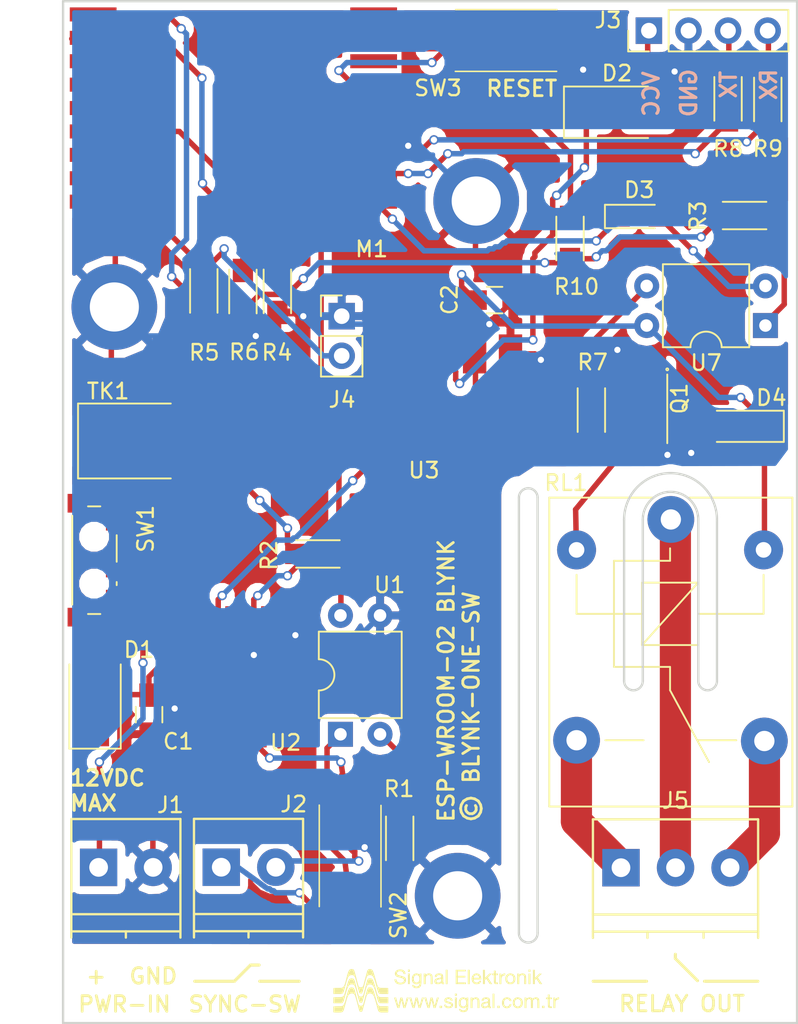
<source format=kicad_pcb>
(kicad_pcb (version 4) (host pcbnew 4.0.6)
  (layers (0 F.Cu signal) (31 B.Cu signal) (34 B.Paste user) (35 F.Paste user) (36 B.SilkS user) (37 F.SilkS user) (38 B.Mask user) (39 F.Mask user) (44 Edge.Cuts user))
  (net 0 "")
  (net 1 "Net-(C1-Pad1)")
  (net 2 GND)
  (net 3 VCOM)
  (net 4 "Net-(D1-Pad2)")
  (net 5 "Net-(D2-Pad2)")
  (net 6 "Net-(D3-Pad1)")
  (net 7 "Net-(D3-Pad2)")
  (net 8 "Net-(D4-Pad2)")
  (net 9 "Net-(J1-Pad1)")
  (net 10 "Net-(J2-Pad2)")
  (net 11 "Net-(J2-Pad1)")
  (net 12 "Net-(J3-Pad3)")
  (net 13 "Net-(J3-Pad4)")
  (net 14 "Net-(J4-Pad2)")
  (net 15 "Net-(J5-Pad2)")
  (net 16 "Net-(J5-Pad3)")
  (net 17 "Net-(J5-Pad1)")
  (net 18 "Net-(M1-Pad2)")
  (net 19 "Net-(M1-Pad3)")
  (net 20 "Net-(M1-Pad4)")
  (net 21 "Net-(M1-Pad5)")
  (net 22 "Net-(M1-Pad6)")
  (net 23 "Net-(M1-Pad7)")
  (net 24 "Net-(M1-Pad11)")
  (net 25 "Net-(M1-Pad12)")
  (net 26 "Net-(M1-Pad14)")
  (net 27 "Net-(M1-Pad15)")
  (net 28 "Net-(M1-Pad16)")
  (net 29 "Net-(M1-Pad17)")
  (net 30 "Net-(Q1-Pad1)")
  (net 31 "Net-(R1-Pad1)")
  (net 32 "Net-(R3-Pad1)")
  (net 33 "Net-(R7-Pad2)")
  (net 34 "Net-(SW1-Pad1)")
  (module aytaclib:SOT23HS (layer F.Cu) (at 167.19 73.43 270)
    (fp_text reference Q1 (at -0.46 -2.36 270) (layer F.SilkS))
    (fp_text value Q_NPN_BEC)
    (pad 1 smd rect (at -1.5 -0.95 270) (size 1.9 0.8) (layers F.Cu F.Paste F.Mask) (net 30 "Net-(Q1-Pad1)"))
    (pad 2 smd rect (at -1.5 0.95 270) (size 1.9 0.8) (layers F.Cu F.Paste F.Mask) (net 2 GND))
    (pad 3 smd rect (at 1.5 0 270) (size 1.9 0.8) (layers F.Cu F.Paste F.Mask) (net 8 "Net-(D4-Pad2)"))
  )
  (module Capacitors_SMD:C_0805_HandSoldering (layer F.Cu) (at 135.52 93.23 270)
    (fp_text reference C1 (at 1.72 -1.87 540) (layer F.SilkS))
    (fp_text value 1uF)
    (pad 1 smd rect (at -1.25 0 270) (size 1.5 1.25) (layers F.Cu F.Paste F.Mask) (net 1 "Net-(C1-Pad1)"))
    (pad 2 smd rect (at 1.25 0 270) (size 1.5 1.25) (layers F.Cu F.Paste F.Mask) (net 2 GND))
  )
  (module Capacitors_SMD:C_0805_HandSoldering (layer F.Cu) (at 157.69 66.66)
    (fp_text reference C2 (at -2.89 -0.02 90) (layer F.SilkS))
    (fp_text value 1uF)
    (pad 1 smd rect (at -1.25 0) (size 1.5 1.25) (layers F.Cu F.Paste F.Mask) (net 3 VCOM))
    (pad 2 smd rect (at 1.25 0) (size 1.5 1.25) (layers F.Cu F.Paste F.Mask) (net 2 GND))
  )
  (module Diodes_SMD:D_SMA (layer F.Cu) (at 132.05 92.01 90)
    (fp_text reference D1 (at 2.94 2.82 180) (layer F.SilkS))
    (fp_text value M7)
    (pad 1 smd rect (at -2 0 90) (size 2.5 1.8) (layers F.Cu F.Paste F.Mask) (net 1 "Net-(C1-Pad1)"))
    (pad 2 smd rect (at 2 0 90) (size 2.5 1.8) (layers F.Cu F.Paste F.Mask) (net 4 "Net-(D1-Pad2)"))
  )
  (module Diodes_SMD:D_SMA (layer F.Cu) (at 165.54 54.62)
    (fp_text reference D2 (at 0 -2.5) (layer F.SilkS))
    (fp_text value M7)
    (pad 1 smd rect (at -2 0) (size 2.5 1.8) (layers F.Cu F.Paste F.Mask) (net 1 "Net-(C1-Pad1)"))
    (pad 2 smd rect (at 2 0) (size 2.5 1.8) (layers F.Cu F.Paste F.Mask) (net 5 "Net-(D2-Pad2)"))
  )
  (module LEDs:LED_0805_HandSoldering (layer F.Cu) (at 166.97 61.3)
    (fp_text reference D3 (at 0 -1.7) (layer F.SilkS))
    (fp_text value LED)
    (pad 1 smd rect (at -1.35 0) (size 1.5 1.3) (layers F.Cu F.Paste F.Mask) (net 6 "Net-(D3-Pad1)"))
    (pad 2 smd rect (at 1.35 0) (size 1.5 1.3) (layers F.Cu F.Paste F.Mask) (net 7 "Net-(D3-Pad2)"))
  )
  (module Diodes_SMD:D_MiniMELF (layer F.Cu) (at 173.7 74.75 180)
    (fp_text reference D4 (at -1.75 1.83 180) (layer F.SilkS))
    (fp_text value LL4148)
    (pad 1 smd rect (at -1.75 0 180) (size 1.3 1.7) (layers F.Cu F.Paste F.Mask) (net 3 VCOM))
    (pad 2 smd rect (at 1.75 0 180) (size 1.3 1.7) (layers F.Cu F.Paste F.Mask) (net 8 "Net-(D4-Pad2)"))
  )
  (module Terminal_Blocks:TerminalBlock_Pheonix_PT-3.5mm_2pol (layer F.Cu) (at 132.28 103.02)
    (fp_text reference J1 (at 4.61 -4 180) (layer F.SilkS))
    (fp_text value Screw_Terminal_1x02)
    (pad 2 thru_hole circle (at 3.5 0) (size 2.4 2.4) (drill 1.2) (layers *.Cu *.Mask) (net 2 GND))
    (pad 1 thru_hole rect (at 0 0) (size 2.4 2.4) (drill 1.2) (layers *.Cu *.Mask) (net 9 "Net-(J1-Pad1)"))
  )
  (module Terminal_Blocks:TerminalBlock_Pheonix_PT-3.5mm_2pol (layer F.Cu) (at 140.15 103.01)
    (fp_text reference J2 (at 4.65 -4.04 180) (layer F.SilkS))
    (fp_text value Screw_Terminal_1x02)
    (pad 2 thru_hole circle (at 3.5 0) (size 2.4 2.4) (drill 1.2) (layers *.Cu *.Mask) (net 10 "Net-(J2-Pad2)"))
    (pad 1 thru_hole rect (at 0 0) (size 2.4 2.4) (drill 1.2) (layers *.Cu *.Mask) (net 11 "Net-(J2-Pad1)"))
  )
  (module Pin_Headers:Pin_Header_Straight_1x04_Pitch2.54mm (layer F.Cu) (at 167.59 49.39 90)
    (fp_text reference J3 (at 0.67 -2.62 180) (layer F.SilkS))
    (fp_text value CONN_01X04)
    (pad 1 thru_hole rect (at 0 0 90) (size 1.7 1.7) (drill 1) (layers *.Cu *.Mask) (net 5 "Net-(D2-Pad2)"))
    (pad 2 thru_hole oval (at 0 2.54 90) (size 1.7 1.7) (drill 1) (layers *.Cu *.Mask) (net 2 GND))
    (pad 3 thru_hole oval (at 0 5.08 90) (size 1.7 1.7) (drill 1) (layers *.Cu *.Mask) (net 12 "Net-(J3-Pad3)"))
    (pad 4 thru_hole oval (at 0 7.62 90) (size 1.7 1.7) (drill 1) (layers *.Cu *.Mask) (net 13 "Net-(J3-Pad4)"))
  )
  (module Pin_Headers:Pin_Header_Straight_1x02_Pitch2.54mm (layer F.Cu) (at 147.88 67.69)
    (fp_text reference J4 (at 0.02 5.35 180) (layer F.SilkS))
    (fp_text value CONN_01X02)
    (pad 1 thru_hole rect (at 0 0) (size 1.7 1.7) (drill 1) (layers *.Cu *.Mask) (net 2 GND))
    (pad 2 thru_hole oval (at 0 2.54) (size 1.7 1.7) (drill 1) (layers *.Cu *.Mask) (net 14 "Net-(J4-Pad2)"))
  )
  (module Terminal_Blocks:TerminalBlock_Pheonix_PT-3.5mm_3pol (layer F.Cu) (at 165.8 103.04)
    (fp_text reference J5 (at 3.5 -4.3) (layer F.SilkS))
    (fp_text value Screw_Terminal_1x03 hide)
    (pad 2 thru_hole circle (at 3.5 0) (size 2.4 2.4) (drill 1.2) (layers *.Cu *.Mask) (net 15 "Net-(J5-Pad2)"))
    (pad 3 thru_hole circle (at 7 0) (size 2.4 2.4) (drill 1.2) (layers *.Cu *.Mask) (net 16 "Net-(J5-Pad3)"))
    (pad 1 thru_hole rect (at 0 0) (size 2.4 2.4) (drill 1.2) (layers *.Cu *.Mask) (net 17 "Net-(J5-Pad1)"))
  )
  (module aytaclib:ESP-WROOM-02 (layer F.Cu) (at 130.42 60.81)
    (fp_text reference M1 (at 19.38 2.58 180) (layer F.SilkS))
    (fp_text value ESP-WROOM-02)
    (pad 1 smd rect (at 1.51 -12.46) (size 3 0.9) (layers F.Cu F.Paste F.Mask) (net 10 "Net-(J2-Pad2)"))
    (pad 2 smd rect (at 1.51 -10.96) (size 3 0.9) (layers F.Cu F.Paste F.Mask) (net 18 "Net-(M1-Pad2)"))
    (pad 3 smd rect (at 1.51 -9.46) (size 3 0.9) (layers F.Cu F.Paste F.Mask) (net 19 "Net-(M1-Pad3)"))
    (pad 4 smd rect (at 1.51 -7.96) (size 3 0.9) (layers F.Cu F.Paste F.Mask) (net 20 "Net-(M1-Pad4)"))
    (pad 5 smd rect (at 1.51 -6.46) (size 3 0.9) (layers F.Cu F.Paste F.Mask) (net 21 "Net-(M1-Pad5)"))
    (pad 6 smd rect (at 1.51 -4.96) (size 3 0.9) (layers F.Cu F.Paste F.Mask) (net 22 "Net-(M1-Pad6)"))
    (pad 7 smd rect (at 1.51 -3.46) (size 3 0.9) (layers F.Cu F.Paste F.Mask) (net 23 "Net-(M1-Pad7)"))
    (pad 8 smd rect (at 1.51 -1.96) (size 3 0.9) (layers F.Cu F.Paste F.Mask) (net 14 "Net-(J4-Pad2)"))
    (pad 9 smd rect (at 1.51 -0.46) (size 3 0.9) (layers F.Cu F.Paste F.Mask) (net 2 GND))
    (pad 10 smd rect (at 19.51 -0.46) (size 3 0.9) (layers F.Cu F.Paste F.Mask) (net 6 "Net-(D3-Pad1)"))
    (pad 11 smd rect (at 19.51 -1.96) (size 3 0.9) (layers F.Cu F.Paste F.Mask) (net 24 "Net-(M1-Pad11)"))
    (pad 12 smd rect (at 19.51 -3.46) (size 3 0.9) (layers F.Cu F.Paste F.Mask) (net 25 "Net-(M1-Pad12)"))
    (pad 13 smd rect (at 19.51 -4.96) (size 3 0.9) (layers F.Cu F.Paste F.Mask) (net 2 GND))
    (pad 14 smd rect (at 19.51 -6.46) (size 3 0.9) (layers F.Cu F.Paste F.Mask) (net 26 "Net-(M1-Pad14)"))
    (pad 15 smd rect (at 19.51 -7.96) (size 3 0.9) (layers F.Cu F.Paste F.Mask) (net 27 "Net-(M1-Pad15)"))
    (pad 16 smd rect (at 19.51 -9.46) (size 3 0.9) (layers F.Cu F.Paste F.Mask) (net 28 "Net-(M1-Pad16)"))
    (pad 17 smd rect (at 19.51 -10.96) (size 3 0.9) (layers F.Cu F.Paste F.Mask) (net 29 "Net-(M1-Pad17)"))
    (pad 18 smd rect (at 19.51 -12.46) (size 3 0.9) (layers F.Cu F.Paste F.Mask) (net 2 GND))
    (pad "" smd rect (at 11.7 -5.86) (size 4.3 4.3) (layers F.Cu F.Paste F.Mask))
  )
  (module aytaclib:R0805HS (layer F.Cu) (at 151.6 101.16 270)
    (fp_text reference R1 (at -3.17 0.04 360) (layer F.SilkS))
    (fp_text value 680)
    (pad 1 smd rect (at -1.35 0 270) (size 1.5 1.3) (layers F.Cu F.Paste F.Mask) (net 31 "Net-(R1-Pad1)"))
    (pad 2 smd rect (at 1.35 0 270) (size 1.5 1.3) (layers F.Cu F.Paste F.Mask) (net 2 GND))
  )
  (module aytaclib:R0805HS (layer F.Cu) (at 146.35 82.93 180)
    (fp_text reference R2 (at 3.13 -0.09 270) (layer F.SilkS))
    (fp_text value 1K)
    (pad 1 smd rect (at -1.35 0 180) (size 1.5 1.3) (layers F.Cu F.Paste F.Mask) (net 26 "Net-(M1-Pad14)"))
    (pad 2 smd rect (at 1.35 0 180) (size 1.5 1.3) (layers F.Cu F.Paste F.Mask) (net 10 "Net-(J2-Pad2)"))
  )
  (module aytaclib:R0805HS (layer F.Cu) (at 173.73 61.24 180)
    (fp_text reference R3 (at 2.99 -0.03 450) (layer F.SilkS))
    (fp_text value 680)
    (pad 1 smd rect (at -1.35 0 180) (size 1.5 1.3) (layers F.Cu F.Paste F.Mask) (net 32 "Net-(R3-Pad1)"))
    (pad 2 smd rect (at 1.35 0 180) (size 1.5 1.3) (layers F.Cu F.Paste F.Mask) (net 10 "Net-(J2-Pad2)"))
  )
  (module aytaclib:R0805HS (layer F.Cu) (at 143.75 66.1 270)
    (fp_text reference R4 (at 3.92 0.03 540) (layer F.SilkS))
    (fp_text value 10K)
    (pad 1 smd rect (at -1.35 0 270) (size 1.5 1.3) (layers F.Cu F.Paste F.Mask) (net 22 "Net-(M1-Pad6)"))
    (pad 2 smd rect (at 1.35 0 270) (size 1.5 1.3) (layers F.Cu F.Paste F.Mask) (net 2 GND))
  )
  (module aytaclib:R0805HS (layer F.Cu) (at 139.03 66.07 270)
    (fp_text reference R5 (at 3.95 -0.03 360) (layer F.SilkS))
    (fp_text value 10K)
    (pad 1 smd rect (at -1.35 0 270) (size 1.5 1.3) (layers F.Cu F.Paste F.Mask) (net 14 "Net-(J4-Pad2)"))
    (pad 2 smd rect (at 1.35 0 270) (size 1.5 1.3) (layers F.Cu F.Paste F.Mask) (net 10 "Net-(J2-Pad2)"))
  )
  (module aytaclib:R0805HS (layer F.Cu) (at 141.54 66.11 270)
    (fp_text reference R6 (at 3.88 -0.09 360) (layer F.SilkS))
    (fp_text value 10K)
    (pad 1 smd rect (at -1.35 0 270) (size 1.5 1.3) (layers F.Cu F.Paste F.Mask) (net 18 "Net-(M1-Pad2)"))
    (pad 2 smd rect (at 1.35 0 270) (size 1.5 1.3) (layers F.Cu F.Paste F.Mask) (net 10 "Net-(J2-Pad2)"))
  )
  (module aytaclib:R0805HS (layer F.Cu) (at 163.9 73.71 90)
    (fp_text reference R7 (at 3.07 0.08 180) (layer F.SilkS))
    (fp_text value 470)
    (pad 1 smd rect (at -1.35 0 90) (size 1.5 1.3) (layers F.Cu F.Paste F.Mask) (net 30 "Net-(Q1-Pad1)"))
    (pad 2 smd rect (at 1.35 0 90) (size 1.5 1.3) (layers F.Cu F.Paste F.Mask) (net 33 "Net-(R7-Pad2)"))
  )
  (module aytaclib:R0805HS (layer F.Cu) (at 172.67 53.76 270)
    (fp_text reference R8 (at 3.2 -0.01 360) (layer F.SilkS))
    (fp_text value 470)
    (pad 1 smd rect (at -1.35 0 270) (size 1.5 1.3) (layers F.Cu F.Paste F.Mask) (net 12 "Net-(J3-Pad3)"))
    (pad 2 smd rect (at 1.35 0 270) (size 1.5 1.3) (layers F.Cu F.Paste F.Mask) (net 24 "Net-(M1-Pad11)"))
  )
  (module aytaclib:R0805HS (layer F.Cu) (at 175.22 53.8 270)
    (fp_text reference R9 (at 3.16 0 360) (layer F.SilkS))
    (fp_text value 470)
    (pad 1 smd rect (at -1.35 0 270) (size 1.5 1.3) (layers F.Cu F.Paste F.Mask) (net 13 "Net-(J3-Pad4)"))
    (pad 2 smd rect (at 1.35 0 270) (size 1.5 1.3) (layers F.Cu F.Paste F.Mask) (net 25 "Net-(M1-Pad12)"))
  )
  (module aytaclib:Songle-SRD (layer F.Cu) (at 169 80.72 270)
    (fp_text reference RL1 (at -2.35 6.73 540) (layer F.SilkS))
    (fp_text value Songle-SRD)
    (pad 2 thru_hole circle (at 1.95 6.05) (size 2.5 2.5) (drill 1) (layers *.Cu *.Mask) (net 8 "Net-(D4-Pad2)"))
    (pad 3 thru_hole circle (at 14.15 6.05) (size 3 3) (drill 1.3) (layers *.Cu *.Mask) (net 17 "Net-(J5-Pad1)"))
    (pad 4 thru_hole circle (at 14.2 -6) (size 3 3) (drill 1.3) (layers *.Cu *.Mask) (net 16 "Net-(J5-Pad3)"))
    (pad 5 thru_hole circle (at 1.95 -5.95) (size 2.5 2.5) (drill 1) (layers *.Cu *.Mask) (net 3 VCOM))
    (pad 1 thru_hole circle (at 0 0) (size 3 3) (drill 1.3) (layers *.Cu *.Mask) (net 15 "Net-(J5-Pad2)"))
  )
  (module aytaclib:MSK-01A (layer F.Cu) (at 132.32 83.33 270)
    (fp_text reference SW1 (at -2.01 -2.98 270) (layer F.SilkS))
    (fp_text value MSK-01A)
    (pad "" np_thru_hole circle (at -1.5 0.33 270) (size 0.9 0.9) (drill 0.9) (layers *.Cu *.Mask))
    (pad "" np_thru_hole circle (at 1.5 0.33 270) (size 0.9 0.9) (drill 0.9) (layers *.Cu *.Mask))
    (pad 1 smd rect (at -2.25 -1.43 270) (size 0.7 2) (layers F.Cu F.Paste F.Mask) (net 34 "Net-(SW1-Pad1)"))
    (pad 2 smd rect (at 0.75 -1.43 270) (size 0.7 2) (layers F.Cu F.Paste F.Mask) (net 9 "Net-(J1-Pad1)"))
    (pad 3 smd rect (at 2.25 -1.43 270) (size 0.7 2) (layers F.Cu F.Paste F.Mask) (net 4 "Net-(D1-Pad2)"))
    (pad "" smd rect (at -3.65 1.43 270) (size 1.2 1.2) (layers F.Cu F.Paste F.Mask))
    (pad "" smd rect (at 3.65 1.43 270) (size 1.2 1.2) (layers F.Cu F.Paste F.Mask))
    (pad "" smd rect (at 3.65 -0.78 270) (size 1.2 1.2) (layers F.Cu F.Paste F.Mask))
    (pad "" smd rect (at -3.65 -0.78 270) (size 1.2 1.2) (layers F.Cu F.Paste F.Mask))
  )
  (module aytaclib:3x6-SW (layer F.Cu) (at 148.51 98.98 270)
    (fp_text reference SW2 (at 7.11 -3.01 450) (layer F.SilkS))
    (fp_text value 3x6-SW)
    (pad 1 smd rect (at 0.02 0.04 270) (size 4 1.5) (layers F.Cu F.Paste F.Mask) (net 10 "Net-(J2-Pad2)"))
    (pad 2 smd rect (at 6.52 0.04 270) (size 4 1.5) (layers F.Cu F.Paste F.Mask) (net 11 "Net-(J2-Pad1)"))
  )
  (module aytaclib:D-CASE-TK (layer F.Cu) (at 136.91 75.69)
    (fp_text reference TK1 (at -4.02 -3.19) (layer F.SilkS))
    (fp_text value 1000/4V)
    (pad 1 smd rect (at -3.775 0) (size 3.75 2.7) (layers F.Cu F.Paste F.Mask) (net 2 GND))
    (pad 2 smd rect (at 3.775 0) (size 3.75 2.7) (layers F.Cu F.Paste F.Mask) (net 10 "Net-(J2-Pad2)"))
  )
  (module Housings_DIP:DIP-4_W7.62mm (layer F.Cu) (at 147.8 94.49 90)
    (fp_text reference U1 (at 9.57 3.15 360) (layer F.SilkS))
    (fp_text value PC817)
    (pad 1 thru_hole rect (at 0 0 90) (size 1.6 1.6) (drill 0.8) (layers *.Cu *.Mask) (net 11 "Net-(J2-Pad1)"))
    (pad 3 thru_hole oval (at 7.62 2.54 90) (size 1.6 1.6) (drill 0.8) (layers *.Cu *.Mask) (net 2 GND))
    (pad 2 thru_hole oval (at 0 2.54 90) (size 1.6 1.6) (drill 0.8) (layers *.Cu *.Mask) (net 31 "Net-(R1-Pad1)"))
    (pad 4 thru_hole oval (at 7.62 0 90) (size 1.6 1.6) (drill 0.8) (layers *.Cu *.Mask) (net 26 "Net-(M1-Pad14)"))
  )
  (module aytaclib:SOT-223 (layer F.Cu) (at 141.16 90.68 270)
    (fp_text reference U2 (at 4.34 -3.12 540) (layer F.SilkS))
    (fp_text value AMS1117-3.3)
    (pad 2 smd rect (at 3.15 0 270) (size 3 3.8) (layers F.Cu F.Paste F.Mask) (net 10 "Net-(J2-Pad2)"))
    (pad 2 smd rect (at -3.15 0 270) (size 2.5 1.5) (layers F.Cu F.Paste F.Mask) (net 10 "Net-(J2-Pad2)"))
    (pad 3 smd rect (at -3.15 2.3 270) (size 2.5 1.5) (layers F.Cu F.Paste F.Mask) (net 1 "Net-(C1-Pad1)"))
    (pad 1 smd rect (at -3.15 -2.3 270) (size 2.5 1.5) (layers F.Cu F.Paste F.Mask) (net 2 GND))
  )
  (module aytaclib:SOT-223 (layer F.Cu) (at 156.41 73.26 270)
    (fp_text reference U3 (at 4.31 3.25 540) (layer F.SilkS))
    (fp_text value AMS1117-5.0)
    (pad 2 smd rect (at 3.15 0 270) (size 3 3.8) (layers F.Cu F.Paste F.Mask) (net 3 VCOM))
    (pad 2 smd rect (at -3.15 0 270) (size 2.5 1.5) (layers F.Cu F.Paste F.Mask) (net 3 VCOM))
    (pad 3 smd rect (at -3.15 2.3 270) (size 2.5 1.5) (layers F.Cu F.Paste F.Mask) (net 1 "Net-(C1-Pad1)"))
    (pad 1 smd rect (at -3.15 -2.3 270) (size 2.5 1.5) (layers F.Cu F.Paste F.Mask) (net 2 GND))
  )
  (module aytaclib:Screwhole (layer F.Cu) (at 156.49 60.32)
    (fp_text reference U4 hide)
    (fp_text value screwhole)
    (pad 1 thru_hole circle (at 0.02 -0.01) (size 5.5 5.5) (drill 3.15) (layers *.Cu *.Mask) (net 2 GND))
  )
  (module aytaclib:Screwhole (layer F.Cu) (at 133.27 67.11)
    (fp_text reference U5 hide)
    (fp_text value screwhole)
    (pad 1 thru_hole circle (at 0.02 -0.01) (size 5.5 5.5) (drill 3.15) (layers *.Cu *.Mask) (net 2 GND))
  )
  (module aytaclib:Screwhole (layer F.Cu) (at 155.3 104.85)
    (fp_text reference U6 hide)
    (fp_text value screwhole)
    (pad 1 thru_hole circle (at 0.02 -0.01) (size 5.5 5.5) (drill 3.15) (layers *.Cu *.Mask) (net 2 GND))
  )
  (module Housings_DIP:DIP-4_W7.62mm (layer F.Cu) (at 175.07 68.29 180)
    (fp_text reference U7 (at 3.81 -2.39 180) (layer F.SilkS))
    (fp_text value PC817)
    (pad 1 thru_hole rect (at 0 0 180) (size 1.6 1.6) (drill 0.8) (layers *.Cu *.Mask) (net 32 "Net-(R3-Pad1)"))
    (pad 3 thru_hole oval (at 7.62 2.54 180) (size 1.6 1.6) (drill 0.8) (layers *.Cu *.Mask) (net 33 "Net-(R7-Pad2)"))
    (pad 2 thru_hole oval (at 0 2.54 180) (size 1.6 1.6) (drill 0.8) (layers *.Cu *.Mask) (net 7 "Net-(D3-Pad2)"))
    (pad 4 thru_hole oval (at 7.62 0 180) (size 1.6 1.6) (drill 0.8) (layers *.Cu *.Mask) (net 3 VCOM))
  )
  (module aytaclib:R0805HS (layer F.Cu) (at 162.53 62.71 270)
    (fp_text reference R10 (at 3.09 -0.42 360) (layer F.SilkS))
    (fp_text value 10K)
    (pad 1 smd rect (at -1.35 0 270) (size 1.5 1.3) (layers F.Cu F.Paste F.Mask) (net 27 "Net-(M1-Pad15)"))
    (pad 2 smd rect (at 1.35 0 270) (size 1.5 1.3) (layers F.Cu F.Paste F.Mask) (net 10 "Net-(J2-Pad2)"))
  )
  (module aytaclib:3x6-SW (layer F.Cu) (at 155.12 49.93)
    (fp_text reference SW3 (at -1.06 3.14) (layer F.SilkS))
    (fp_text value 3x6-SW)
    (pad 1 smd rect (at 0.02 0.04) (size 4 1.5) (layers F.Cu F.Paste F.Mask) (net 27 "Net-(M1-Pad15)"))
    (pad 2 smd rect (at 6.52 0.04) (size 4 1.5) (layers F.Cu F.Paste F.Mask) (net 2 GND))
  )
  (module aytaclib:sslogo (layer F.Cu) (at 154.81 110.92)
    (fp_text reference G*** hide)
    (fp_text value LOGO hide)
  )
  (gr_text PWR-IN (at 133.94 111.79) (layer F.SilkS) (effects (font (size 1 1) (thickness 0.18))))
  (gr_text SYNC-SW (at 141.66 111.79) (layer F.SilkS) (effects (font (size 1 1) (thickness 0.18))))
  (gr_text "RELAY OUT" (at 169.71 111.76) (layer F.SilkS) (effects (font (size 1 1) (thickness 0.18))))
  (gr_text RX (at 175.28 53.95 90) (layer B.SilkS) (effects (font (size 1 1) (thickness 0.2)) (justify right mirror)))
  (gr_text TX (at 172.7 53.84 90) (layer B.SilkS) (effects (font (size 1 1) (thickness 0.2)) (justify right mirror)))
  (gr_text GND (at 170.15 55.04 90) (layer B.SilkS) (effects (font (size 1 1) (thickness 0.2)) (justify right mirror)))
  (gr_text VCC (at 167.74 55.01 90) (layer B.SilkS) (effects (font (size 1 1) (thickness 0.2)) (justify right mirror)))
  (gr_text "ESP-WROOM-02 BLYNK\n© BLYNK-ONE-SW" (at 155.39 100.22 90) (layer F.SilkS) (effects (font (size 1 1) (thickness 0.18)) (justify left)))
  (gr_text "12VDC\nMAX" (at 130.34 98.1) (layer F.SilkS) (effects (font (size 1 1) (thickness 0.2)) (justify left)))
  (gr_text " +  GND" (at 134.03 109.99) (layer F.SilkS) (effects (font (size 1 1) (thickness 0.18))))
  (gr_line (start 169.29 108.85) (end 169.29 108.59) (angle 90) (layer F.SilkS) (width 0.2))
  (gr_line (start 142.03 109.28) (end 142.58 109.28) (angle 90) (layer F.SilkS) (width 0.2))
  (gr_line (start 141 110.31) (end 142.03 109.28) (angle 90) (layer F.SilkS) (width 0.2))
  (gr_line (start 142.62 110.32) (end 145.15 110.32) (angle 90) (layer F.SilkS) (width 0.2))
  (gr_line (start 138.45 110.32) (end 141 110.32) (angle 90) (layer F.SilkS) (width 0.2))
  (gr_line (start 164.02 110.32) (end 167.44 110.32) (angle 90) (layer F.SilkS) (width 0.2))
  (gr_line (start 171.16 110.32) (end 174.58 110.32) (angle 90) (layer F.SilkS) (width 0.2))
  (gr_line (start 169.29 108.86) (end 170.71 110.28) (angle 90) (layer F.SilkS) (width 0.2))
  (gr_line (start 170.76 80.78) (end 170.76 91.07) (layer Edge.Cuts) (width 0.15))
  (gr_line (start 171.96 80.81) (end 171.96 91.04) (layer Edge.Cuts) (width 0.15))
  (gr_arc (start 171.36 91.07) (end 171.96 91.04) (angle 183.2) (layer Edge.Cuts) (width 0.15))
  (gr_arc (start 168.98 80.73) (end 166 80.73) (angle 181.6) (layer Edge.Cuts) (width 0.15))
  (gr_arc (start 168.98 80.73) (end 167.2 80.73) (angle 181.6) (layer Edge.Cuts) (width 0.15))
  (gr_arc (start 166.6 91.07) (end 167.2 91.07) (angle 183.2) (layer Edge.Cuts) (width 0.15))
  (gr_line (start 166 80.73) (end 166 91.07) (layer Edge.Cuts) (width 0.15))
  (gr_line (start 167.2 80.73) (end 167.2 91.07) (layer Edge.Cuts) (width 0.15))
  (gr_arc (start 159.85 107.24) (end 160.45 107.21) (angle 183.2) (layer Edge.Cuts) (width 0.15))
  (gr_line (start 160.45 79.31) (end 160.45 107.22) (layer Edge.Cuts) (width 0.15))
  (gr_line (start 159.25 79.32) (end 159.25 107.22) (layer Edge.Cuts) (width 0.15))
  (gr_arc (start 159.85 79.32) (end 159.25 79.32) (angle 180) (layer Edge.Cuts) (width 0.15))
  (gr_text RESET (at 159.43 53.1) (layer F.SilkS) (effects (font (size 1 1) (thickness 0.18))))
  (gr_line (start 177.1 47.5) (end 130 47.5) (angle 90) (layer Edge.Cuts) (width 0.15))
  (gr_line (start 177.1 47.5) (end 177.1 113) (angle 90) (layer Edge.Cuts) (width 0.15))
  (gr_line (start 130 113) (end 177.1 113) (angle 90) (layer Edge.Cuts) (width 0.15))
  (gr_line (start 130 47.5) (end 130 113) (angle 90) (layer Edge.Cuts) (width 0.15))
  (segment (start 138.86 87.53) (end 138.811 87.503) (width 0.35) (layer F.Cu) (net 1))
  (segment (start 138.811 87.503) (end 139.954 86.36) (width 0.35) (layer F.Cu) (net 1))
  (segment (start 139.954 86.36) (end 139.954 85.852) (width 0.35) (layer F.Cu) (net 1))
  (segment (start 139.954 85.852) (end 140.208 85.598) (width 0.35) (layer F.Cu) (net 1))
  (via (at 140.208 85.598) (size 0.6) (layers F.Cu B.Cu) (net 1))
  (segment (start 140.208 85.598) (end 143.764 82.042) (width 0.35) (layer B.Cu) (net 1))
  (segment (start 143.764 82.042) (end 144.653 82.042) (width 0.35) (layer B.Cu) (net 1))
  (segment (start 144.653 82.042) (end 144.78 81.915) (width 0.35) (layer B.Cu) (net 1))
  (segment (start 144.78 81.915) (end 144.907 81.915) (width 0.35) (layer B.Cu) (net 1))
  (segment (start 144.907 81.915) (end 148.59 78.232) (width 0.35) (layer B.Cu) (net 1))
  (via (at 148.59 78.232) (size 0.6) (layers F.Cu B.Cu) (net 1))
  (segment (start 148.59 78.232) (end 154.051 72.771) (width 0.35) (layer F.Cu) (net 1))
  (segment (start 154.051 72.771) (end 154.051 70.104) (width 0.35) (layer F.Cu) (net 1))
  (segment (start 154.051 70.104) (end 154.11 70.11) (width 0.35) (layer F.Cu) (net 1))
  (segment (start 154.11 70.11) (end 154.051 70.104) (width 0.35) (layer F.Cu) (net 1))
  (segment (start 154.051 70.104) (end 155.194 71.247) (width 0.35) (layer F.Cu) (net 1))
  (segment (start 155.194 71.247) (end 155.194 71.755) (width 0.35) (layer F.Cu) (net 1))
  (segment (start 155.194 71.755) (end 155.448 72.009) (width 0.35) (layer F.Cu) (net 1))
  (via (at 155.448 72.009) (size 0.6) (layers F.Cu B.Cu) (net 1))
  (segment (start 155.448 72.009) (end 158.242 69.215) (width 0.35) (layer B.Cu) (net 1))
  (segment (start 158.242 69.215) (end 160.147 69.215) (width 0.35) (layer B.Cu) (net 1))
  (via (at 160.147 69.215) (size 0.6) (layers F.Cu B.Cu) (net 1))
  (segment (start 160.147 69.215) (end 160.147 64.008) (width 0.35) (layer F.Cu) (net 1))
  (segment (start 160.147 64.008) (end 160.274 63.881) (width 0.35) (layer F.Cu) (net 1))
  (segment (start 160.274 63.881) (end 160.274 63.627) (width 0.35) (layer F.Cu) (net 1))
  (segment (start 160.274 63.627) (end 161.417 62.484) (width 0.35) (layer F.Cu) (net 1))
  (segment (start 161.417 62.484) (end 161.417 60.198) (width 0.35) (layer F.Cu) (net 1))
  (segment (start 161.417 60.198) (end 161.671 59.944) (width 0.35) (layer F.Cu) (net 1))
  (via (at 161.671 59.944) (size 0.6) (layers F.Cu B.Cu) (net 1))
  (segment (start 161.671 59.944) (end 163.449 58.166) (width 0.35) (layer B.Cu) (net 1))
  (via (at 163.449 58.166) (size 0.6) (layers F.Cu B.Cu) (net 1))
  (segment (start 163.449 58.166) (end 163.576 58.039) (width 0.35) (layer F.Cu) (net 1))
  (segment (start 163.576 58.039) (end 163.576 54.61) (width 0.35) (layer F.Cu) (net 1))
  (segment (start 163.576 54.61) (end 163.54 54.62) (width 0.35) (layer F.Cu) (net 1))
  (segment (start 138.86 87.53) (end 138.811 87.503) (width 0.35) (layer F.Cu) (net 1))
  (segment (start 138.811 87.503) (end 135.509 90.805) (width 0.35) (layer F.Cu) (net 1))
  (segment (start 135.509 90.805) (end 135.509 91.948) (width 0.35) (layer F.Cu) (net 1))
  (segment (start 135.509 91.948) (end 135.52 91.98) (width 0.35) (layer F.Cu) (net 1))
  (segment (start 135.52 91.98) (end 135.509 91.948) (width 0.35) (layer F.Cu) (net 1))
  (segment (start 135.509 91.948) (end 134.112 91.948) (width 0.35) (layer F.Cu) (net 1))
  (segment (start 134.112 91.948) (end 132.05 94.01) (width 0.35) (layer F.Cu) (net 1))
  (segment (start 166.24 71.93) (end 166.24 70.52) (width 0.35) (layer F.Cu) (net 2))
  (segment (start 160.28 70.11) (end 158.71 70.11) (width 0.35) (layer F.Cu) (net 2))
  (segment (start 160.66 70.49) (end 160.28 70.11) (width 0.35) (layer F.Cu) (net 2))
  (via (at 160.66 70.49) (size 0.6) (drill 0.4) (layers F.Cu B.Cu) (net 2))
  (segment (start 164.93 70.49) (end 160.66 70.49) (width 0.35) (layer B.Cu) (net 2))
  (segment (start 165.57 69.85) (end 164.93 70.49) (width 0.35) (layer B.Cu) (net 2))
  (via (at 165.57 69.85) (size 0.6) (drill 0.4) (layers F.Cu B.Cu) (net 2))
  (segment (start 166.24 70.52) (end 165.57 69.85) (width 0.35) (layer F.Cu) (net 2))
  (segment (start 161.64 49.97) (end 161.64 50.16) (width 0.35) (layer F.Cu) (net 2))
  (segment (start 161.64 50.16) (end 163.37 51.89) (width 0.35) (layer F.Cu) (net 2))
  (segment (start 170.13 51.12) (end 170.13 49.39) (width 0.35) (layer F.Cu) (net 2))
  (segment (start 169.24 52.01) (end 170.13 51.12) (width 0.35) (layer F.Cu) (net 2))
  (via (at 169.24 52.01) (size 0.6) (drill 0.4) (layers F.Cu B.Cu) (net 2))
  (segment (start 163.49 52.01) (end 169.24 52.01) (width 0.35) (layer B.Cu) (net 2))
  (segment (start 163.37 51.89) (end 163.49 52.01) (width 0.35) (layer B.Cu) (net 2))
  (via (at 163.37 51.89) (size 0.6) (drill 0.4) (layers F.Cu B.Cu) (net 2))
  (segment (start 161.64 49.97) (end 161.64 49.21) (width 0.35) (layer F.Cu) (net 2))
  (segment (start 160.78 48.35) (end 149.93 48.35) (width 0.35) (layer F.Cu) (net 2))
  (segment (start 161.64 49.21) (end 160.78 48.35) (width 0.35) (layer F.Cu) (net 2))
  (segment (start 143.46 87.53) (end 143.51 87.503) (width 0.35) (layer F.Cu) (net 2))
  (segment (start 143.51 87.503) (end 142.367 88.646) (width 0.35) (layer F.Cu) (net 2))
  (segment (start 142.367 88.646) (end 142.367 89.281) (width 0.35) (layer F.Cu) (net 2))
  (segment (start 142.367 89.281) (end 142.24 89.408) (width 0.35) (layer F.Cu) (net 2))
  (via (at 142.24 89.408) (size 0.6) (layers F.Cu B.Cu) (net 2))
  (segment (start 142.24 89.408) (end 138.811 92.837) (width 0.35) (layer B.Cu) (net 2))
  (segment (start 138.811 92.837) (end 137.16 92.837) (width 0.35) (layer B.Cu) (net 2))
  (via (at 137.16 92.837) (size 0.6) (layers F.Cu B.Cu) (net 2))
  (segment (start 137.16 92.837) (end 135.509 94.488) (width 0.35) (layer F.Cu) (net 2))
  (segment (start 135.509 94.488) (end 135.52 94.48) (width 0.35) (layer F.Cu) (net 2))
  (segment (start 156.51 60.31) (end 156.464 60.325) (width 0.35) (layer B.Cu) (net 2))
  (segment (start 156.464 60.325) (end 152.908 56.769) (width 0.35) (layer B.Cu) (net 2))
  (segment (start 152.908 56.769) (end 152.146 56.769) (width 0.35) (layer B.Cu) (net 2))
  (via (at 152.146 56.769) (size 0.6) (layers F.Cu B.Cu) (net 2))
  (segment (start 152.146 56.769) (end 151.892 56.515) (width 0.35) (layer F.Cu) (net 2))
  (segment (start 151.892 56.515) (end 150.622 56.515) (width 0.35) (layer F.Cu) (net 2))
  (segment (start 150.622 56.515) (end 149.987 55.88) (width 0.35) (layer F.Cu) (net 2))
  (segment (start 149.987 55.88) (end 149.93 55.85) (width 0.35) (layer F.Cu) (net 2))
  (segment (start 143.75 67.45) (end 143.764 67.437) (width 0.35) (layer F.Cu) (net 2))
  (segment (start 143.764 67.437) (end 143.637 67.564) (width 0.35) (layer F.Cu) (net 2))
  (segment (start 143.637 67.564) (end 143.637 68.707) (width 0.35) (layer F.Cu) (net 2))
  (segment (start 143.637 68.707) (end 143.51 68.834) (width 0.35) (layer F.Cu) (net 2))
  (segment (start 143.51 68.834) (end 143.51 87.503) (width 0.35) (layer F.Cu) (net 2))
  (segment (start 143.51 87.503) (end 143.46 87.53) (width 0.35) (layer F.Cu) (net 2))
  (segment (start 135.78 103.02) (end 135.763 102.997) (width 0.35) (layer B.Cu) (net 2))
  (segment (start 135.763 102.997) (end 137.414 101.346) (width 0.35) (layer B.Cu) (net 2))
  (segment (start 137.414 101.346) (end 144.526 101.346) (width 0.35) (layer B.Cu) (net 2))
  (segment (start 144.526 101.346) (end 144.653 101.473) (width 0.35) (layer B.Cu) (net 2))
  (segment (start 144.653 101.473) (end 144.907 101.473) (width 0.35) (layer B.Cu) (net 2))
  (segment (start 144.907 101.473) (end 145.034 101.6) (width 0.35) (layer B.Cu) (net 2))
  (segment (start 145.034 101.6) (end 145.161 101.6) (width 0.35) (layer B.Cu) (net 2))
  (segment (start 145.161 101.6) (end 145.288 101.727) (width 0.35) (layer B.Cu) (net 2))
  (segment (start 145.288 101.727) (end 149.352 101.727) (width 0.35) (layer B.Cu) (net 2))
  (via (at 149.352 101.727) (size 0.6) (layers F.Cu B.Cu) (net 2))
  (segment (start 149.352 101.727) (end 150.622 101.727) (width 0.35) (layer F.Cu) (net 2))
  (segment (start 150.622 101.727) (end 151.554 102.509) (width 0.35) (layer F.Cu) (net 2))
  (segment (start 151.554 102.509) (end 151.6 102.51) (width 0.35) (layer F.Cu) (net 2))
  (segment (start 149.93 48.35) (end 149.987 48.387) (width 0.35) (layer F.Cu) (net 2))
  (segment (start 161.671 49.911) (end 161.64 49.97) (width 0.35) (layer F.Cu) (net 2))
  (segment (start 158.94 66.66) (end 158.877 66.675) (width 0.35) (layer F.Cu) (net 2))
  (segment (start 158.877 66.675) (end 156.464 64.262) (width 0.35) (layer F.Cu) (net 2))
  (segment (start 156.464 64.262) (end 156.464 60.325) (width 0.35) (layer F.Cu) (net 2))
  (segment (start 156.464 60.325) (end 156.51 60.31) (width 0.35) (layer F.Cu) (net 2))
  (segment (start 158.71 70.11) (end 158.75 70.104) (width 0.35) (layer F.Cu) (net 2))
  (segment (start 147.88 67.69) (end 147.828 67.691) (width 0.35) (layer B.Cu) (net 2))
  (segment (start 147.828 67.691) (end 148.336 68.199) (width 0.35) (layer B.Cu) (net 2))
  (segment (start 148.336 68.199) (end 157.353 68.199) (width 0.35) (layer B.Cu) (net 2))
  (via (at 157.353 68.199) (size 0.6) (layers F.Cu B.Cu) (net 2))
  (segment (start 157.353 68.199) (end 158.877 66.675) (width 0.35) (layer F.Cu) (net 2))
  (segment (start 158.877 66.675) (end 158.94 66.66) (width 0.35) (layer F.Cu) (net 2))
  (segment (start 151.6 102.51) (end 151.554 102.509) (width 0.35) (layer F.Cu) (net 2))
  (segment (start 151.554 102.509) (end 153.035 102.489) (width 0.35) (layer F.Cu) (net 2))
  (segment (start 153.035 102.489) (end 155.301 104.825) (width 0.35) (layer F.Cu) (net 2))
  (segment (start 155.301 104.825) (end 155.32 104.84) (width 0.35) (layer F.Cu) (net 2))
  (segment (start 133.29 67.1) (end 133.35 67.056) (width 0.35) (layer B.Cu) (net 2))
  (segment (start 133.35 67.056) (end 135.255 68.961) (width 0.35) (layer B.Cu) (net 2))
  (segment (start 135.255 68.961) (end 142.367 68.961) (width 0.35) (layer B.Cu) (net 2))
  (via (at 142.367 68.961) (size 0.6) (layers F.Cu B.Cu) (net 2))
  (segment (start 142.367 68.961) (end 143.764 67.564) (width 0.35) (layer F.Cu) (net 2))
  (segment (start 143.764 67.564) (end 143.764 67.437) (width 0.35) (layer F.Cu) (net 2))
  (segment (start 143.764 67.437) (end 143.75 67.45) (width 0.35) (layer F.Cu) (net 2))
  (segment (start 131.93 60.35) (end 131.953 60.325) (width 0.35) (layer F.Cu) (net 2))
  (segment (start 131.953 60.325) (end 133.35 61.722) (width 0.35) (layer F.Cu) (net 2))
  (segment (start 133.35 61.722) (end 133.35 67.056) (width 0.35) (layer F.Cu) (net 2))
  (segment (start 133.35 67.056) (end 133.29 67.1) (width 0.35) (layer F.Cu) (net 2))
  (segment (start 161.64 49.97) (end 161.671 49.911) (width 0.35) (layer F.Cu) (net 2))
  (segment (start 170.18 49.403) (end 170.13 49.39) (width 0.35) (layer B.Cu) (net 2))
  (segment (start 133.29 67.1) (end 133.35 67.056) (width 0.35) (layer F.Cu) (net 2))
  (segment (start 133.35 67.056) (end 133.096 67.31) (width 0.35) (layer F.Cu) (net 2))
  (segment (start 133.096 67.31) (end 133.096 75.692) (width 0.35) (layer F.Cu) (net 2))
  (segment (start 133.096 75.692) (end 133.135 75.69) (width 0.35) (layer F.Cu) (net 2))
  (segment (start 135.52 94.48) (end 135.509 94.488) (width 0.35) (layer F.Cu) (net 2))
  (segment (start 135.509 94.488) (end 135.763 94.742) (width 0.35) (layer F.Cu) (net 2))
  (segment (start 135.763 94.742) (end 135.763 102.997) (width 0.35) (layer F.Cu) (net 2))
  (segment (start 135.763 102.997) (end 135.78 103.02) (width 0.35) (layer F.Cu) (net 2))
  (segment (start 143.46 87.53) (end 143.51 87.503) (width 0.35) (layer F.Cu) (net 2))
  (segment (start 143.51 87.503) (end 144.272 87.503) (width 0.35) (layer F.Cu) (net 2))
  (segment (start 144.272 87.503) (end 144.907 88.138) (width 0.35) (layer F.Cu) (net 2))
  (via (at 144.907 88.138) (size 0.6) (layers F.Cu B.Cu) (net 2))
  (segment (start 144.907 88.138) (end 149.098 88.138) (width 0.35) (layer B.Cu) (net 2))
  (segment (start 149.098 88.138) (end 150.368 86.868) (width 0.35) (layer B.Cu) (net 2))
  (segment (start 150.368 86.868) (end 150.34 86.87) (width 0.35) (layer B.Cu) (net 2))
  (segment (start 149.93 55.85) (end 149.987 55.88) (width 0.35) (layer F.Cu) (net 2))
  (segment (start 149.987 55.88) (end 151.13 55.88) (width 0.35) (layer F.Cu) (net 2))
  (segment (start 151.13 55.88) (end 151.765 55.245) (width 0.35) (layer F.Cu) (net 2))
  (segment (start 151.765 55.245) (end 151.892 55.245) (width 0.35) (layer F.Cu) (net 2))
  (segment (start 151.892 55.245) (end 151.892 49.022) (width 0.35) (layer F.Cu) (net 2))
  (segment (start 151.892 49.022) (end 150.622 49.022) (width 0.35) (layer F.Cu) (net 2))
  (segment (start 150.622 49.022) (end 149.987 48.387) (width 0.35) (layer F.Cu) (net 2))
  (segment (start 149.987 48.387) (end 149.93 48.35) (width 0.35) (layer F.Cu) (net 2))
  (segment (start 143.75 67.45) (end 143.764 67.437) (width 0.35) (layer F.Cu) (net 2))
  (segment (start 143.764 67.437) (end 145.161 67.437) (width 0.35) (layer F.Cu) (net 2))
  (segment (start 145.161 67.437) (end 145.415 67.691) (width 0.35) (layer F.Cu) (net 2))
  (via (at 145.415 67.691) (size 0.6) (layers F.Cu B.Cu) (net 2))
  (segment (start 145.415 67.691) (end 147.828 67.691) (width 0.35) (layer B.Cu) (net 2))
  (segment (start 147.828 67.691) (end 147.88 67.69) (width 0.35) (layer B.Cu) (net 2))
  (segment (start 158.94 66.66) (end 158.877 66.675) (width 0.35) (layer F.Cu) (net 2))
  (segment (start 158.877 66.675) (end 158.75 66.802) (width 0.35) (layer F.Cu) (net 2))
  (segment (start 158.75 66.802) (end 158.75 70.104) (width 0.35) (layer F.Cu) (net 2))
  (segment (start 158.75 70.104) (end 158.71 70.11) (width 0.35) (layer F.Cu) (net 2))
  (segment (start 167.45 68.29) (end 167.513 68.326) (width 0.35) (layer B.Cu) (net 3))
  (segment (start 167.513 68.326) (end 172.085 72.898) (width 0.35) (layer B.Cu) (net 3))
  (segment (start 172.085 72.898) (end 173.482 72.898) (width 0.35) (layer B.Cu) (net 3))
  (via (at 173.482 72.898) (size 0.6) (layers F.Cu B.Cu) (net 3))
  (segment (start 173.482 72.898) (end 175.387 74.803) (width 0.35) (layer F.Cu) (net 3))
  (segment (start 175.387 74.803) (end 175.45 74.75) (width 0.35) (layer F.Cu) (net 3))
  (segment (start 156.44 66.66) (end 156.464 66.675) (width 0.35) (layer F.Cu) (net 3))
  (segment (start 156.464 66.675) (end 155.575 65.786) (width 0.35) (layer F.Cu) (net 3))
  (segment (start 155.575 65.786) (end 155.575 65.024) (width 0.35) (layer F.Cu) (net 3))
  (via (at 155.575 65.024) (size 0.6) (layers F.Cu B.Cu) (net 3))
  (segment (start 155.575 65.024) (end 158.877 68.326) (width 0.35) (layer B.Cu) (net 3))
  (segment (start 158.877 68.326) (end 167.513 68.326) (width 0.35) (layer B.Cu) (net 3))
  (segment (start 167.513 68.326) (end 167.45 68.29) (width 0.35) (layer B.Cu) (net 3))
  (segment (start 175.45 74.75) (end 175.387 74.803) (width 0.35) (layer F.Cu) (net 3))
  (segment (start 175.387 74.803) (end 175.006 75.184) (width 0.35) (layer F.Cu) (net 3))
  (segment (start 175.006 75.184) (end 175.006 82.677) (width 0.35) (layer F.Cu) (net 3))
  (segment (start 175.006 82.677) (end 174.95 82.67) (width 0.35) (layer F.Cu) (net 3))
  (segment (start 156.41 70.11) (end 156.464 70.104) (width 0.35) (layer F.Cu) (net 3))
  (segment (start 156.464 70.104) (end 156.464 76.454) (width 0.35) (layer F.Cu) (net 3))
  (segment (start 156.464 76.454) (end 156.41 76.41) (width 0.35) (layer F.Cu) (net 3))
  (segment (start 156.41 70.11) (end 156.464 70.104) (width 0.35) (layer F.Cu) (net 3))
  (segment (start 156.464 70.104) (end 156.464 66.675) (width 0.35) (layer F.Cu) (net 3))
  (segment (start 156.464 66.675) (end 156.44 66.66) (width 0.35) (layer F.Cu) (net 3))
  (segment (start 132.05 90.01) (end 132.08 90.043) (width 0.35) (layer F.Cu) (net 4))
  (segment (start 132.08 90.043) (end 134.112 88.011) (width 0.35) (layer F.Cu) (net 4))
  (segment (start 134.112 88.011) (end 134.112 85.979) (width 0.35) (layer F.Cu) (net 4))
  (segment (start 134.112 85.979) (end 133.731 85.598) (width 0.35) (layer F.Cu) (net 4))
  (segment (start 133.731 85.598) (end 133.75 85.58) (width 0.35) (layer F.Cu) (net 4))
  (segment (start 167.59 49.39) (end 167.64 49.403) (width 0.35) (layer F.Cu) (net 5))
  (segment (start 167.64 49.403) (end 167.513 49.53) (width 0.35) (layer F.Cu) (net 5))
  (segment (start 167.513 49.53) (end 167.513 54.61) (width 0.35) (layer F.Cu) (net 5))
  (segment (start 167.513 54.61) (end 167.54 54.62) (width 0.35) (layer F.Cu) (net 5))
  (segment (start 149.93 60.35) (end 149.987 60.325) (width 0.35) (layer F.Cu) (net 6))
  (segment (start 149.987 60.325) (end 151.13 61.468) (width 0.35) (layer F.Cu) (net 6))
  (via (at 151.13 61.468) (size 0.6) (layers F.Cu B.Cu) (net 6))
  (segment (start 151.13 61.468) (end 153.162 63.5) (width 0.35) (layer B.Cu) (net 6))
  (segment (start 153.162 63.5) (end 157.226 63.5) (width 0.35) (layer B.Cu) (net 6))
  (segment (start 157.226 63.5) (end 157.353 63.373) (width 0.35) (layer B.Cu) (net 6))
  (segment (start 157.353 63.373) (end 157.607 63.373) (width 0.35) (layer B.Cu) (net 6))
  (segment (start 157.607 63.373) (end 157.734 63.246) (width 0.35) (layer B.Cu) (net 6))
  (segment (start 157.734 63.246) (end 157.988 63.246) (width 0.35) (layer B.Cu) (net 6))
  (segment (start 157.988 63.246) (end 158.242 62.992) (width 0.35) (layer B.Cu) (net 6))
  (segment (start 158.242 62.992) (end 158.369 62.992) (width 0.35) (layer B.Cu) (net 6))
  (segment (start 158.369 62.992) (end 158.496 62.865) (width 0.35) (layer B.Cu) (net 6))
  (segment (start 158.496 62.865) (end 164.211 62.865) (width 0.35) (layer B.Cu) (net 6))
  (via (at 164.211 62.865) (size 0.6) (layers F.Cu B.Cu) (net 6))
  (segment (start 164.211 62.865) (end 165.608 61.468) (width 0.35) (layer F.Cu) (net 6))
  (segment (start 165.608 61.468) (end 165.608 61.341) (width 0.35) (layer F.Cu) (net 6))
  (segment (start 165.608 61.341) (end 165.62 61.3) (width 0.35) (layer F.Cu) (net 6))
  (segment (start 168.32 61.3) (end 168.275 61.341) (width 0.35) (layer F.Cu) (net 7))
  (segment (start 168.275 61.341) (end 170.434 63.5) (width 0.35) (layer F.Cu) (net 7))
  (via (at 170.434 63.5) (size 0.6) (layers F.Cu B.Cu) (net 7))
  (segment (start 170.434 63.5) (end 172.72 65.786) (width 0.35) (layer B.Cu) (net 7))
  (segment (start 172.72 65.786) (end 175.133 65.786) (width 0.35) (layer B.Cu) (net 7))
  (segment (start 175.133 65.786) (end 175.07 65.75) (width 0.35) (layer B.Cu) (net 7))
  (segment (start 162.95 82.67) (end 162.941 82.677) (width 0.35) (layer F.Cu) (net 8))
  (segment (start 162.941 82.677) (end 162.89 80.08) (width 0.35) (layer F.Cu) (net 8))
  (segment (start 162.89 80.08) (end 167.132 74.93) (width 0.35) (layer F.Cu) (net 8))
  (segment (start 167.132 74.93) (end 167.19 74.93) (width 0.35) (layer F.Cu) (net 8))
  (segment (start 167.19 74.93) (end 167.132 74.93) (width 0.35) (layer F.Cu) (net 8))
  (segment (start 167.132 74.93) (end 168.783 76.581) (width 0.35) (layer F.Cu) (net 8))
  (via (at 168.783 76.581) (size 0.6) (layers F.Cu B.Cu) (net 8))
  (segment (start 168.783 76.581) (end 168.91 76.454) (width 0.35) (layer B.Cu) (net 8))
  (segment (start 168.91 76.454) (end 170.307 76.454) (width 0.35) (layer B.Cu) (net 8))
  (via (at 170.307 76.454) (size 0.6) (layers F.Cu B.Cu) (net 8))
  (segment (start 170.307 76.454) (end 171.958 74.803) (width 0.35) (layer F.Cu) (net 8))
  (segment (start 171.958 74.803) (end 171.95 74.75) (width 0.35) (layer F.Cu) (net 8))
  (segment (start 162.941 82.677) (end 162.95 82.67) (width 0.35) (layer F.Cu) (net 8))
  (segment (start 171.831 74.676) (end 171.958 74.803) (width 0.35) (layer F.Cu) (net 8))
  (segment (start 171.958 74.803) (end 171.95 74.75) (width 0.35) (layer F.Cu) (net 8))
  (segment (start 133.75 84.08) (end 133.731 84.074) (width 0.35) (layer F.Cu) (net 9))
  (segment (start 133.731 84.074) (end 134.239 84.074) (width 0.35) (layer F.Cu) (net 9))
  (segment (start 134.239 84.074) (end 135.001 84.836) (width 0.35) (layer F.Cu) (net 9))
  (segment (start 135.001 84.836) (end 135.128 84.836) (width 0.35) (layer F.Cu) (net 9))
  (segment (start 135.128 84.836) (end 135.128 89.916) (width 0.35) (layer F.Cu) (net 9))
  (via (at 135.128 89.916) (size 0.6) (layers F.Cu B.Cu) (net 9))
  (segment (start 135.128 89.916) (end 135.128 93.472) (width 0.35) (layer B.Cu) (net 9))
  (segment (start 135.128 93.472) (end 132.334 96.266) (width 0.35) (layer B.Cu) (net 9))
  (via (at 132.334 96.266) (size 0.6) (layers F.Cu B.Cu) (net 9))
  (segment (start 132.334 96.266) (end 132.334 102.997) (width 0.35) (layer F.Cu) (net 9))
  (segment (start 132.334 102.997) (end 132.28 103.02) (width 0.35) (layer F.Cu) (net 9))
  (segment (start 131.93 48.35) (end 136.67 48.35) (width 0.35) (layer F.Cu) (net 10))
  (segment (start 136.97 65.15) (end 139.03 67.21) (width 0.35) (layer F.Cu) (net 10))
  (via (at 136.97 65.15) (size 0.6) (drill 0.4) (layers F.Cu B.Cu) (net 10))
  (segment (start 136.97 63.7) (end 136.97 65.15) (width 0.35) (layer B.Cu) (net 10))
  (segment (start 137.92 62.75) (end 136.97 63.7) (width 0.35) (layer B.Cu) (net 10))
  (segment (start 137.92 49.6) (end 137.92 62.75) (width 0.35) (layer B.Cu) (net 10))
  (segment (start 137.58 49.26) (end 137.92 49.6) (width 0.35) (layer B.Cu) (net 10))
  (via (at 137.58 49.26) (size 0.6) (drill 0.4) (layers F.Cu B.Cu) (net 10))
  (segment (start 136.67 48.35) (end 137.58 49.26) (width 0.35) (layer F.Cu) (net 10))
  (segment (start 139.03 67.21) (end 139.03 67.42) (width 0.35) (layer F.Cu) (net 10))
  (segment (start 139.03 67.42) (end 139.065 67.437) (width 0.35) (layer F.Cu) (net 10))
  (segment (start 131.953 48.387) (end 131.93 48.35) (width 0.35) (layer F.Cu) (net 10))
  (segment (start 141.54 67.46) (end 141.478 67.437) (width 0.35) (layer F.Cu) (net 10))
  (segment (start 141.478 67.437) (end 142.621 66.294) (width 0.35) (layer F.Cu) (net 10))
  (segment (start 142.621 66.294) (end 144.399 66.294) (width 0.35) (layer F.Cu) (net 10))
  (segment (start 144.399 66.294) (end 145.415 65.278) (width 0.35) (layer F.Cu) (net 10))
  (via (at 145.415 65.278) (size 0.6) (layers F.Cu B.Cu) (net 10))
  (segment (start 145.415 65.278) (end 146.431 64.262) (width 0.35) (layer B.Cu) (net 10))
  (segment (start 146.431 64.262) (end 160.909 64.262) (width 0.35) (layer B.Cu) (net 10))
  (via (at 160.909 64.262) (size 0.6) (layers F.Cu B.Cu) (net 10))
  (segment (start 160.909 64.262) (end 162.306 64.262) (width 0.35) (layer F.Cu) (net 10))
  (segment (start 162.306 64.262) (end 162.56 64.008) (width 0.35) (layer F.Cu) (net 10))
  (segment (start 162.56 64.008) (end 162.53 64.06) (width 0.35) (layer F.Cu) (net 10))
  (segment (start 148.47 99) (end 148.452 99.05) (width 0.35) (layer F.Cu) (net 10))
  (segment (start 148.452 99.05) (end 148.198 98.796) (width 0.35) (layer F.Cu) (net 10))
  (segment (start 148.198 98.796) (end 147.828 96.266) (width 0.35) (layer F.Cu) (net 10))
  (via (at 147.828 96.266) (size 0.6) (layers F.Cu B.Cu) (net 10))
  (segment (start 147.828 96.266) (end 147.574 96.012) (width 0.35) (layer B.Cu) (net 10))
  (segment (start 147.574 96.012) (end 143.256 96.012) (width 0.35) (layer B.Cu) (net 10))
  (via (at 143.256 96.012) (size 0.6) (layers F.Cu B.Cu) (net 10))
  (segment (start 143.256 96.012) (end 141.097 93.853) (width 0.35) (layer F.Cu) (net 10))
  (segment (start 141.097 93.853) (end 141.16 93.83) (width 0.35) (layer F.Cu) (net 10))
  (segment (start 145 82.93) (end 145.034 82.931) (width 0.35) (layer F.Cu) (net 10))
  (segment (start 145.034 82.931) (end 144.399 82.296) (width 0.35) (layer F.Cu) (net 10))
  (segment (start 144.399 82.296) (end 144.399 81.28) (width 0.35) (layer F.Cu) (net 10))
  (via (at 144.399 81.28) (size 0.6) (layers F.Cu B.Cu) (net 10))
  (segment (start 144.399 81.28) (end 142.621 79.502) (width 0.35) (layer B.Cu) (net 10))
  (via (at 142.621 79.502) (size 0.6) (layers F.Cu B.Cu) (net 10))
  (segment (start 142.621 79.502) (end 140.716 77.597) (width 0.35) (layer F.Cu) (net 10))
  (segment (start 140.716 77.597) (end 140.716 75.692) (width 0.35) (layer F.Cu) (net 10))
  (segment (start 140.716 75.692) (end 140.685 75.69) (width 0.35) (layer F.Cu) (net 10))
  (segment (start 143.65 103.01) (end 143.595 102.987) (width 0.35) (layer B.Cu) (net 10))
  (segment (start 143.595 102.987) (end 143.976 102.606) (width 0.35) (layer B.Cu) (net 10))
  (segment (start 143.976 102.606) (end 148.971 102.616) (width 0.35) (layer B.Cu) (net 10))
  (via (at 148.971 102.616) (size 0.6) (layers F.Cu B.Cu) (net 10))
  (segment (start 148.971 102.616) (end 148.717 102.362) (width 0.35) (layer F.Cu) (net 10))
  (segment (start 148.717 102.362) (end 148.717 101.981) (width 0.35) (layer F.Cu) (net 10))
  (segment (start 148.717 101.981) (end 148.59 101.981) (width 0.35) (layer F.Cu) (net 10))
  (segment (start 148.59 101.981) (end 148.082 101.473) (width 0.35) (layer F.Cu) (net 10))
  (segment (start 148.082 101.473) (end 148.452 99.05) (width 0.35) (layer F.Cu) (net 10))
  (segment (start 148.452 99.05) (end 148.47 99) (width 0.35) (layer F.Cu) (net 10))
  (segment (start 141.16 87.53) (end 141.097 87.503) (width 0.35) (layer F.Cu) (net 10))
  (segment (start 141.097 87.503) (end 142.24 86.36) (width 0.35) (layer F.Cu) (net 10))
  (segment (start 142.24 86.36) (end 142.24 85.852) (width 0.35) (layer F.Cu) (net 10))
  (segment (start 142.24 85.852) (end 142.494 85.598) (width 0.35) (layer F.Cu) (net 10))
  (via (at 142.494 85.598) (size 0.6) (layers F.Cu B.Cu) (net 10))
  (segment (start 142.494 85.598) (end 143.764 84.328) (width 0.35) (layer B.Cu) (net 10))
  (segment (start 143.764 84.328) (end 144.399 84.328) (width 0.35) (layer B.Cu) (net 10))
  (via (at 144.399 84.328) (size 0.6) (layers F.Cu B.Cu) (net 10))
  (segment (start 144.399 84.328) (end 145.034 83.693) (width 0.35) (layer F.Cu) (net 10))
  (segment (start 145.034 83.693) (end 145.034 82.931) (width 0.35) (layer F.Cu) (net 10))
  (segment (start 145.034 82.931) (end 145 82.93) (width 0.35) (layer F.Cu) (net 10))
  (segment (start 162.53 64.06) (end 162.56 64.008) (width 0.35) (layer F.Cu) (net 10))
  (segment (start 162.56 64.008) (end 164.084 64.008) (width 0.35) (layer F.Cu) (net 10))
  (segment (start 164.084 64.008) (end 164.211 63.881) (width 0.35) (layer F.Cu) (net 10))
  (via (at 164.211 63.881) (size 0.6) (layers F.Cu B.Cu) (net 10))
  (segment (start 164.211 63.881) (end 164.592 63.5) (width 0.35) (layer B.Cu) (net 10))
  (segment (start 164.592 63.5) (end 164.846 63.5) (width 0.35) (layer B.Cu) (net 10))
  (segment (start 164.846 63.5) (end 165.735 62.611) (width 0.35) (layer B.Cu) (net 10))
  (segment (start 165.735 62.611) (end 170.942 62.611) (width 0.35) (layer B.Cu) (net 10))
  (via (at 170.942 62.611) (size 0.6) (layers F.Cu B.Cu) (net 10))
  (segment (start 170.942 62.611) (end 172.339 61.214) (width 0.35) (layer F.Cu) (net 10))
  (segment (start 172.339 61.214) (end 172.38 61.24) (width 0.35) (layer F.Cu) (net 10))
  (segment (start 140.685 75.69) (end 140.716 75.692) (width 0.35) (layer F.Cu) (net 10))
  (segment (start 140.716 75.692) (end 141.478 74.93) (width 0.35) (layer F.Cu) (net 10))
  (segment (start 141.478 74.93) (end 141.478 67.437) (width 0.35) (layer F.Cu) (net 10))
  (segment (start 141.478 67.437) (end 141.54 67.46) (width 0.35) (layer F.Cu) (net 10))
  (segment (start 141.16 93.83) (end 141.097 93.853) (width 0.35) (layer F.Cu) (net 10))
  (segment (start 141.097 93.853) (end 141.097 87.503) (width 0.35) (layer F.Cu) (net 10))
  (segment (start 141.097 87.503) (end 141.16 87.53) (width 0.35) (layer F.Cu) (net 10))
  (segment (start 141.54 67.46) (end 141.478 67.437) (width 0.35) (layer F.Cu) (net 10))
  (segment (start 141.478 67.437) (end 139.065 67.437) (width 0.35) (layer F.Cu) (net 10))
  (segment (start 139.065 67.437) (end 139.03 67.42) (width 0.35) (layer F.Cu) (net 10))
  (segment (start 148.47 105.5) (end 148.452 105.527) (width 0.35) (layer F.Cu) (net 11))
  (segment (start 148.452 105.527) (end 146.05 105.537) (width 0.35) (layer F.Cu) (net 11))
  (segment (start 146.05 105.537) (end 145.161 104.648) (width 0.35) (layer F.Cu) (net 11))
  (via (at 145.161 104.648) (size 0.6) (layers F.Cu B.Cu) (net 11))
  (segment (start 145.161 104.648) (end 143.637 104.648) (width 0.35) (layer B.Cu) (net 11))
  (segment (start 143.637 104.648) (end 143.51 104.521) (width 0.35) (layer B.Cu) (net 11))
  (segment (start 143.51 104.521) (end 143.383 104.521) (width 0.35) (layer B.Cu) (net 11))
  (segment (start 143.383 104.521) (end 143.256 104.394) (width 0.35) (layer B.Cu) (net 11))
  (segment (start 143.256 104.394) (end 143.129 104.394) (width 0.35) (layer B.Cu) (net 11))
  (segment (start 143.129 104.394) (end 141.182 102.987) (width 0.35) (layer B.Cu) (net 11))
  (segment (start 141.182 102.987) (end 140.166 102.987) (width 0.35) (layer B.Cu) (net 11))
  (segment (start 140.166 102.987) (end 140.15 103.01) (width 0.35) (layer B.Cu) (net 11))
  (segment (start 147.8 94.49) (end 147.828 94.488) (width 0.35) (layer F.Cu) (net 11))
  (segment (start 147.828 94.488) (end 146.939 95.377) (width 0.35) (layer F.Cu) (net 11))
  (segment (start 146.939 95.377) (end 146.939 101.473) (width 0.35) (layer F.Cu) (net 11))
  (segment (start 146.939 101.473) (end 148.082 102.616) (width 0.35) (layer F.Cu) (net 11))
  (segment (start 148.082 102.616) (end 148.452 105.527) (width 0.35) (layer F.Cu) (net 11))
  (segment (start 148.452 105.527) (end 148.47 105.5) (width 0.35) (layer F.Cu) (net 11))
  (segment (start 172.67 49.39) (end 172.72 49.403) (width 0.35) (layer F.Cu) (net 12))
  (segment (start 172.72 49.403) (end 172.72 52.451) (width 0.35) (layer F.Cu) (net 12))
  (segment (start 172.72 52.451) (end 172.67 52.41) (width 0.35) (layer F.Cu) (net 12))
  (segment (start 175.22 52.45) (end 175.26 52.451) (width 0.35) (layer F.Cu) (net 13))
  (segment (start 175.26 52.451) (end 175.26 49.403) (width 0.35) (layer F.Cu) (net 13))
  (segment (start 175.26 49.403) (end 175.21 49.39) (width 0.35) (layer F.Cu) (net 13))
  (segment (start 131.93 58.85) (end 131.953 58.801) (width 0.35) (layer F.Cu) (net 14))
  (segment (start 131.953 58.801) (end 133.223 58.801) (width 0.35) (layer F.Cu) (net 14))
  (segment (start 133.223 58.801) (end 139.065 64.643) (width 0.35) (layer F.Cu) (net 14))
  (segment (start 139.065 64.643) (end 139.065 64.77) (width 0.35) (layer F.Cu) (net 14))
  (segment (start 139.065 64.77) (end 139.03 64.72) (width 0.35) (layer F.Cu) (net 14))
  (segment (start 139.03 64.72) (end 139.065 64.77) (width 0.35) (layer F.Cu) (net 14))
  (segment (start 139.065 64.77) (end 140.335 63.5) (width 0.35) (layer F.Cu) (net 14))
  (segment (start 140.335 63.5) (end 140.335 63.373) (width 0.35) (layer F.Cu) (net 14))
  (via (at 140.335 63.373) (size 0.6) (layers F.Cu B.Cu) (net 14))
  (segment (start 140.335 63.373) (end 140.335 63.881) (width 0.35) (layer B.Cu) (net 14))
  (segment (start 140.335 63.881) (end 146.685 70.231) (width 0.35) (layer B.Cu) (net 14))
  (segment (start 146.685 70.231) (end 147.828 70.231) (width 0.35) (layer B.Cu) (net 14))
  (segment (start 147.828 70.231) (end 147.88 70.23) (width 0.35) (layer B.Cu) (net 14))
  (segment (start 169 80.72) (end 169.037 80.772) (width 0.35) (layer F.Cu) (net 15))
  (segment (start 169.037 80.772) (end 169.291 81.026) (width 0.35) (layer F.Cu) (net 15))
  (segment (start 169.291 81.026) (end 169.291 102.997) (width 2) (layer F.Cu) (net 15))
  (segment (start 169.291 102.997) (end 169.3 103.04) (width 0.35) (layer F.Cu) (net 15))
  (segment (start 172.8 103.04) (end 172.847 102.997) (width 0.35) (layer F.Cu) (net 16))
  (segment (start 172.847 102.997) (end 175.006 100.838) (width 2) (layer F.Cu) (net 16))
  (segment (start 175.006 100.838) (end 175.006 94.869) (width 2) (layer F.Cu) (net 16))
  (segment (start 175.006 94.869) (end 175 94.92) (width 0.35) (layer F.Cu) (net 16))
  (segment (start 165.8 103.04) (end 165.862 102.997) (width 0.35) (layer F.Cu) (net 17))
  (segment (start 165.862 102.997) (end 162.941 100.076) (width 2) (layer F.Cu) (net 17))
  (segment (start 162.941 100.076) (end 162.941 94.869) (width 2) (layer F.Cu) (net 17))
  (segment (start 162.941 94.869) (end 162.95 94.87) (width 0.35) (layer F.Cu) (net 17))
  (segment (start 141.54 64.76) (end 141.54 61.91) (width 0.35) (layer F.Cu) (net 18))
  (segment (start 136.33 49.85) (end 131.93 49.85) (width 0.35) (layer F.Cu) (net 18))
  (segment (start 138.91 52.43) (end 136.33 49.85) (width 0.35) (layer F.Cu) (net 18))
  (via (at 138.91 52.43) (size 0.6) (drill 0.4) (layers F.Cu B.Cu) (net 18))
  (segment (start 138.91 59.13) (end 138.91 52.43) (width 0.35) (layer B.Cu) (net 18))
  (segment (start 138.95 59.17) (end 138.91 59.13) (width 0.35) (layer B.Cu) (net 18))
  (via (at 138.95 59.17) (size 0.6) (drill 0.4) (layers F.Cu B.Cu) (net 18))
  (segment (start 138.95 59.32) (end 138.95 59.17) (width 0.35) (layer F.Cu) (net 18))
  (segment (start 141.54 61.91) (end 138.95 59.32) (width 0.35) (layer F.Cu) (net 18))
  (segment (start 131.93 49.85) (end 131.953 49.911) (width 0.35) (layer F.Cu) (net 18))
  (segment (start 131.953 49.911) (end 130.556 49.911) (width 0.35) (layer F.Cu) (net 18))
  (segment (start 141.478 64.77) (end 141.54 64.76) (width 0.35) (layer F.Cu) (net 18))
  (segment (start 131.93 55.85) (end 137.46 55.85) (width 0.35) (layer F.Cu) (net 22))
  (segment (start 143.75 62.75) (end 143.75 64.75) (width 0.35) (layer F.Cu) (net 22))
  (segment (start 142.23 61.23) (end 143.75 62.75) (width 0.35) (layer F.Cu) (net 22))
  (segment (start 142.23 60.62) (end 142.23 61.23) (width 0.35) (layer F.Cu) (net 22))
  (segment (start 137.46 55.85) (end 142.23 60.62) (width 0.35) (layer F.Cu) (net 22))
  (segment (start 143.75 64.75) (end 143.764 64.77) (width 0.35) (layer F.Cu) (net 22))
  (segment (start 131.953 55.88) (end 131.93 55.85) (width 0.35) (layer F.Cu) (net 22))
  (segment (start 172.67 55.11) (end 172.72 55.118) (width 0.35) (layer F.Cu) (net 24))
  (segment (start 172.72 55.118) (end 170.561 57.277) (width 0.35) (layer F.Cu) (net 24))
  (via (at 170.561 57.277) (size 0.6) (layers F.Cu B.Cu) (net 24))
  (segment (start 170.561 57.277) (end 170.434 57.15) (width 0.35) (layer B.Cu) (net 24))
  (segment (start 170.434 57.15) (end 155.702 57.15) (width 0.35) (layer B.Cu) (net 24))
  (segment (start 155.702 57.15) (end 155.575 57.277) (width 0.35) (layer B.Cu) (net 24))
  (segment (start 155.575 57.277) (end 154.686 57.277) (width 0.35) (layer B.Cu) (net 24))
  (via (at 154.686 57.277) (size 0.6) (layers F.Cu B.Cu) (net 24))
  (segment (start 154.686 57.277) (end 153.416 58.547) (width 0.35) (layer F.Cu) (net 24))
  (via (at 153.416 58.547) (size 0.6) (layers F.Cu B.Cu) (net 24))
  (segment (start 153.416 58.547) (end 152.146 58.547) (width 0.35) (layer B.Cu) (net 24))
  (via (at 152.146 58.547) (size 0.6) (layers F.Cu B.Cu) (net 24))
  (segment (start 152.146 58.547) (end 150.241 58.547) (width 0.35) (layer F.Cu) (net 24))
  (segment (start 150.241 58.547) (end 149.987 58.801) (width 0.35) (layer F.Cu) (net 24))
  (segment (start 149.987 58.801) (end 149.93 58.85) (width 0.35) (layer F.Cu) (net 24))
  (segment (start 175.22 55.15) (end 175.26 55.118) (width 0.35) (layer F.Cu) (net 25))
  (segment (start 175.26 55.118) (end 173.863 56.515) (width 0.35) (layer F.Cu) (net 25))
  (via (at 173.863 56.515) (size 0.6) (layers F.Cu B.Cu) (net 25))
  (segment (start 173.863 56.515) (end 173.736 56.388) (width 0.35) (layer B.Cu) (net 25))
  (segment (start 173.736 56.388) (end 153.797 56.388) (width 0.35) (layer B.Cu) (net 25))
  (via (at 153.797 56.388) (size 0.6) (layers F.Cu B.Cu) (net 25))
  (segment (start 153.797 56.388) (end 153.67 56.388) (width 0.35) (layer F.Cu) (net 25))
  (segment (start 153.67 56.388) (end 152.654 57.404) (width 0.35) (layer F.Cu) (net 25))
  (segment (start 152.654 57.404) (end 152.527 57.404) (width 0.35) (layer F.Cu) (net 25))
  (segment (start 152.527 57.404) (end 152.4 57.531) (width 0.35) (layer F.Cu) (net 25))
  (segment (start 152.4 57.531) (end 150.114 57.531) (width 0.35) (layer F.Cu) (net 25))
  (segment (start 150.114 57.531) (end 149.987 57.404) (width 0.35) (layer F.Cu) (net 25))
  (segment (start 149.987 57.404) (end 149.93 57.35) (width 0.35) (layer F.Cu) (net 25))
  (segment (start 149.93 54.35) (end 149.987 54.356) (width 0.35) (layer F.Cu) (net 26))
  (segment (start 149.987 54.356) (end 148.59 54.356) (width 0.35) (layer F.Cu) (net 26))
  (segment (start 148.59 54.356) (end 146.558 56.388) (width 0.35) (layer F.Cu) (net 26))
  (segment (start 146.558 56.388) (end 146.558 71.501) (width 0.35) (layer F.Cu) (net 26))
  (segment (start 146.558 71.501) (end 147.701 72.644) (width 0.35) (layer F.Cu) (net 26))
  (segment (start 147.701 72.644) (end 147.701 82.931) (width 0.35) (layer F.Cu) (net 26))
  (segment (start 147.701 82.931) (end 147.7 82.93) (width 0.35) (layer F.Cu) (net 26))
  (segment (start 147.7 82.93) (end 147.828 83.058) (width 0.35) (layer F.Cu) (net 26))
  (segment (start 147.828 83.058) (end 147.828 86.868) (width 0.35) (layer F.Cu) (net 26))
  (segment (start 147.828 86.868) (end 147.8 86.87) (width 0.35) (layer F.Cu) (net 26))
  (segment (start 155.14 49.97) (end 155.194 49.911) (width 0.35) (layer F.Cu) (net 27))
  (segment (start 155.194 49.911) (end 162.56 57.277) (width 0.35) (layer F.Cu) (net 27))
  (segment (start 162.56 57.277) (end 162.56 61.341) (width 0.35) (layer F.Cu) (net 27))
  (segment (start 162.56 61.341) (end 162.53 61.36) (width 0.35) (layer F.Cu) (net 27))
  (segment (start 149.93 52.85) (end 149.987 52.832) (width 0.35) (layer F.Cu) (net 27))
  (segment (start 149.987 52.832) (end 148.59 52.832) (width 0.35) (layer F.Cu) (net 27))
  (segment (start 148.59 52.832) (end 147.701 51.943) (width 0.35) (layer F.Cu) (net 27))
  (via (at 147.701 51.943) (size 0.6) (layers F.Cu B.Cu) (net 27))
  (segment (start 147.701 51.943) (end 148.209 51.435) (width 0.35) (layer B.Cu) (net 27))
  (segment (start 148.209 51.435) (end 153.67 51.435) (width 0.35) (layer B.Cu) (net 27))
  (via (at 153.67 51.435) (size 0.6) (layers F.Cu B.Cu) (net 27))
  (segment (start 153.67 51.435) (end 155.194 49.911) (width 0.35) (layer F.Cu) (net 27))
  (segment (start 155.194 49.911) (end 155.14 49.97) (width 0.35) (layer F.Cu) (net 27))
  (segment (start 168.14 71.93) (end 168.14 72.15) (width 0.35) (layer F.Cu) (net 30))
  (segment (start 168.14 72.15) (end 166.83 73.46) (width 0.35) (layer F.Cu) (net 30))
  (segment (start 165.5 73.46) (end 163.9 75.06) (width 0.35) (layer F.Cu) (net 30))
  (segment (start 166.83 73.46) (end 165.5 73.46) (width 0.35) (layer F.Cu) (net 30))
  (segment (start 168.14 71.93) (end 168.14 72.26) (width 0.35) (layer F.Cu) (net 30))
  (segment (start 168.14 71.93) (end 168.148 71.882) (width 0.35) (layer F.Cu) (net 30))
  (segment (start 163.957 75.057) (end 163.9 75.06) (width 0.35) (layer F.Cu) (net 30))
  (segment (start 163.9 75.06) (end 163.957 75.057) (width 0.35) (layer F.Cu) (net 30))
  (segment (start 150.34 94.49) (end 150.368 94.488) (width 0.35) (layer F.Cu) (net 31))
  (segment (start 150.368 94.488) (end 151.384 95.504) (width 0.35) (layer F.Cu) (net 31))
  (segment (start 151.384 95.504) (end 151.554 99.842) (width 0.35) (layer F.Cu) (net 31))
  (segment (start 151.554 99.842) (end 151.6 99.81) (width 0.35) (layer F.Cu) (net 31))
  (segment (start 175.08 61.24) (end 175.133 61.214) (width 0.35) (layer F.Cu) (net 32))
  (segment (start 175.133 61.214) (end 176.276 62.357) (width 0.35) (layer F.Cu) (net 32))
  (segment (start 176.276 62.357) (end 176.276 66.929) (width 0.35) (layer F.Cu) (net 32))
  (segment (start 176.276 66.929) (end 175.133 68.072) (width 0.35) (layer F.Cu) (net 32))
  (segment (start 175.133 68.072) (end 175.133 68.326) (width 0.35) (layer F.Cu) (net 32))
  (segment (start 175.133 68.326) (end 175.07 68.29) (width 0.35) (layer F.Cu) (net 32))
  (segment (start 167.45 65.75) (end 167.513 65.786) (width 0.35) (layer F.Cu) (net 33))
  (segment (start 167.513 65.786) (end 163.957 69.342) (width 0.35) (layer F.Cu) (net 33))
  (segment (start 163.957 69.342) (end 163.957 72.39) (width 0.35) (layer F.Cu) (net 33))
  (segment (start 163.957 72.39) (end 163.9 72.36) (width 0.35) (layer F.Cu) (net 33))
  (zone (net 2) (net_name GND) (layer F.Cu) (connect_pads (clearance 0.508)) (min_thickness 0.254) (fill yes (arc_segments 16) (thermal_gap 0.508) (thermal_bridge_width 0.508))
    (polygon (pts (xy 177.1 47.5) (xy 177.08 75.49) (xy 175.73 77.29) (xy 162 77.31) (xy 160.24 77.3) (xy 157.85 78.87) (xy 158.59 78.39) (xy 158.49 78.61) (xy 158.52 107.96) (xy 130.01 107.92) (xy 130 47.5)))
  )
  (zone (net 2) (net_name GND) (layer B.Cu) (connect_pads (clearance 0.508)) (min_thickness 0.254) (fill yes (arc_segments 16) (thermal_gap 0.508) (thermal_bridge_width 0.508))
    (polygon (pts (xy 177.1 47.5) (xy 177.09 75.48) (xy 175.73 77.29) (xy 160.21 77.32) (xy 158.19 78.65) (xy 158.48 78.47) (xy 158.52 107.96) (xy 130 107.92) (xy 130 47.5)))
  )
)
</source>
